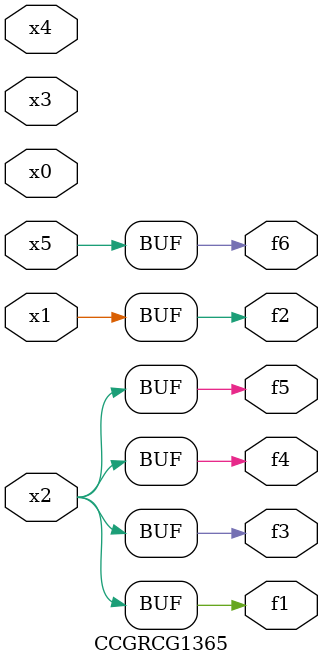
<source format=v>
module CCGRCG1365(
	input x0, x1, x2, x3, x4, x5,
	output f1, f2, f3, f4, f5, f6
);
	assign f1 = x2;
	assign f2 = x1;
	assign f3 = x2;
	assign f4 = x2;
	assign f5 = x2;
	assign f6 = x5;
endmodule

</source>
